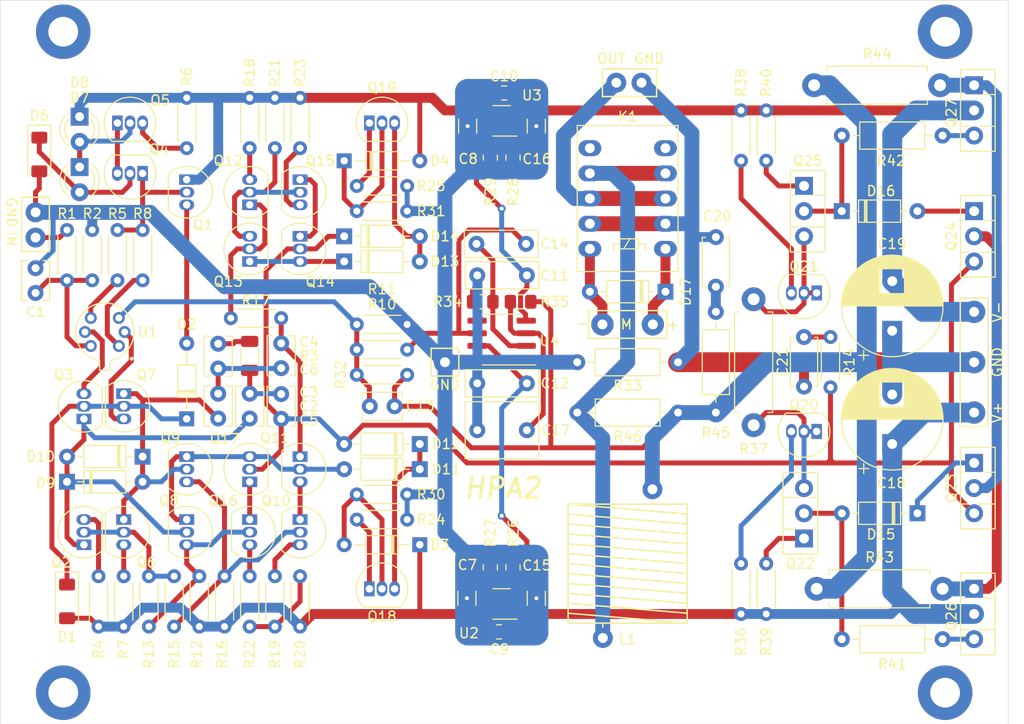
<source format=kicad_pcb>
(kicad_pcb (version 20241229) (generator "pcbnew") (generator_version "9.0")
  (layers (0 "F.Cu" signal) (2 "B.Cu" signal) (13 "F.Paste" user) (15 "B.Paste" user) (5 "F.SilkS" user "F.Silkscreen") (7 "B.SilkS" user "B.Silkscreen") (1 "F.Mask" user) (3 "B.Mask" user) (25 "Edge.Cuts" user))
  (net 0 "")
  (net 1 "GND")
  (net 2 "Net-(D1-Pad1)")
  (net 3 "Net-(D4-Pad1)")
  (net 4 "Net-(D6-Pad1)")
  (net 5 "Net-(Q1-Pad2)")
  (net 6 "Net-(Q4-Pad3)")
  (net 7 "Net-(Q10-Pad3)")
  (net 8 "Net-(Q20-Pad3)")
  (net 9 "Net-(C5-Pad1)")
  (net 10 "Net-(C1-Pad1)")
  (net 11 "Net-(R19-Pad1)")
  (net 12 "Vreg+")
  (net 13 "Net-(C4-Pad2)")
  (net 14 "Net-(C6-Pad1)")
  (net 15 "Vreg-")
  (net 16 "Net-(C10-Pad1)")
  (net 17 "Net-(D7-Pad1)")
  (net 18 "Net-(Q14-Pad1)")
  (net 19 "Net-(Q15-Pad3)")
  (net 20 "Net-(Q18-Pad1)")
  (net 21 "Net-(Q19-Pad1)")
  (net 22 "Net-(U4-Pad5)")
  (net 23 "Net-(U4-Pad1)")
  (net 24 "Net-(Q12-Pad2)")
  (net 25 "Vin+")
  (net 26 "GNDREF")
  (net 27 "Vin-")
  (net 28 "Net-(K1-Pad4)")
  (net 29 "Net-(K1-Pad6)")
  (net 30 "Net-(K1-Pad5)")
  (net 31 "Net-(Q2-Pad3)")
  (net 32 "Net-(Q16-Pad1)")
  (net 33 "Net-(D13-Pad2)")
  (net 34 "Net-(C2-Pad1)")
  (net 35 "Net-(C9-Pad1)")
  (net 36 "Net-(C20-Pad1)")
  (net 37 "Net-(D13-Pad1)")
  (net 38 "Net-(D16-Pad2)")
  (net 39 "Net-(D16-Pad1)")
  (net 40 "Net-(Q3-Pad3)")
  (net 41 "Net-(Q21-Pad3)")
  (net 42 "Net-(Q6-Pad3)")
  (net 43 "Net-(Q25-Pad1)")
  (net 44 "Net-(Q22-Pad1)")
  (net 45 "Net-(C2-Pad2)")
  (net 46 "Net-(C3-Pad2)")
  (net 47 "Net-(C3-Pad1)")
  (net 48 "Net-(C13-Pad2)")
  (net 49 "Net-(C13-Pad1)")
  (net 50 "Net-(C14-Pad2)")
  (net 51 "Net-(C14-Pad1)")
  (net 52 "Net-(C17-Pad1)")
  (net 53 "Net-(D11-Pad2)")
  (net 54 "Net-(D11-Pad1)")
  (net 55 "Net-(D15-Pad2)")
  (net 56 "Net-(D15-Pad1)")
  (net 57 "Net-(D17-Pad1)")
  (net 58 "Net-(D17-Pad2)")
  (net 59 "Net-(J1-Pad1)")
  (net 60 "Net-(J4-Pad1)")
  (net 61 "Net-(Q2-Pad2)")
  (net 62 "Net-(Q5-Pad3)")
  (net 63 "Net-(Q7-Pad3)")
  (net 64 "Net-(Q16-Pad2)")
  (net 65 "Net-(Q10-Pad2)")
  (net 66 "Net-(Q10-Pad1)")
  (net 67 "Net-(Q12-Pad1)")
  (net 68 "Net-(Q12-Pad3)")
  (net 69 "Net-(Q16-Pad3)")
  (net 70 "Net-(Q20-Pad1)")
  (net 71 "Net-(Q21-Pad1)")
  (net 72 "Net-(Q23-Pad2)")
  (net 73 "Net-(Q24-Pad2)")
  (net 74 "Net-(R5-Pad1)")
  (net 75 "Net-(R8-Pad1)")
  (net 76 "Net-(R26-Pad2)")
  (net 77 "Net-(R28-Pad2)")
  (net 78 "Net-(D2-Pad2)")
  (net 79 "Net-(D3-Pad2)")
  (net 80 "Net-(Q26-Pad3)")
  (net 81 "Net-(Q27-Pad3)")
  (net 82 "Net-(C21-Pad1)")
  (footprint "Resistor_SMD:R_0805_2012Metric_Pad1.15x1.40mm_HandSolder" (layer "F.Cu") (at 134.62 100.584 180)
    (property "Reference" "R35")
    (property "Value" "1M")
  )
  (footprint "Relay_THT:Relay_DPDT_Omron_G6H-2" (layer "F.Cu") (at 149.225 95.25 180)
    (property "Reference" "K1")
    (property "Value" "G6H-2")
  )
  (footprint "Diode_THT:D_DO-35_SOD27_P7.62mm_Horizontal" (layer "F.Cu") (at 149.225 99.568 180)
    (property "Reference" "D17")
    (property "Value" "1N4148")
  )
  (footprint "HP_Footprints:2-pad-wire-connector-22-ga" (layer "F.Cu") (at 147.955 102.87 180)
    (property "Reference" "J5" (hide yes))
    (property "Value" "Mute")
  )
  (footprint "HP_Footprints:2-pad-wire-connector-small" (layer "F.Cu") (at 144.272 78.486)
    (property "Reference" "J4" (hide yes))
    (property "Value" "Output")
  )
  (footprint "Capacitor_THT:C_Disc_D4.7mm_W2.5mm_P5.00mm" (layer "F.Cu") (at 154.305 99.06 90)
    (property "Reference" "C20")
    (property "Value" "0.01uF")
  )
  (footprint "Package_TO_SOT_THT:TO-126-3_Vertical" (layer "F.Cu") (at 163.195 124.46 90)
    (property "Reference" "Q22")
    (property "Value" "TTA004B")
  )
  (footprint "Package_TO_SOT_THT:TO-92_Inline" (layer "F.Cu") (at 164.465 113.665 180)
    (property "Reference" "Q20")
    (property "Value" "BC560C")
  )
  (footprint "Package_TO_SOT_THT:TO-92_Inline" (layer "F.Cu") (at 164.465 99.695 180)
    (property "Reference" "Q21")
    (property "Value" "BC550C")
  )
  (footprint "Resistor_THT:R_Axial_DIN0204_L3.6mm_D1.6mm_P5.08mm_Horizontal" (layer "F.Cu") (at 118.11 102.87)
    (property "Reference" "R11")
    (property "Value" "1K")
  )
  (footprint "Resistor_THT:R_Axial_DIN0207_L6.3mm_D2.5mm_P10.16mm_Horizontal" (layer "F.Cu") (at 154.305 111.76 90)
    (property "Reference" "R45")
    (property "Value" "33R2")
  )
  (footprint "Resistor_THT:R_Axial_DIN0204_L3.6mm_D1.6mm_P5.08mm_Horizontal" (layer "F.Cu") (at 156.845 132.08 90)
    (property "Reference" "R36")
    (property "Value" "100R")
  )
  (footprint "Resistor_THT:R_Axial_DIN0207_L6.3mm_D2.5mm_P10.16mm_Horizontal" (layer "F.Cu") (at 140.335 111.76)
    (property "Reference" "R46")
    (property "Value" "10R")
  )
  (footprint "Resistor_THT:R_Axial_DIN0204_L3.6mm_D1.6mm_P5.08mm_Horizontal" (layer "F.Cu") (at 159.385 86.36 90)
    (property "Reference" "R40")
    (property "Value" "100R")
  )
  (footprint "Resistor_THT:R_Axial_DIN0204_L3.6mm_D1.6mm_P5.08mm_Horizontal" (layer "F.Cu") (at 156.845 86.36 90)
    (property "Reference" "R38")
    (property "Value" "100R")
  )
  (footprint "Package_TO_SOT_THT:TO-126-3_Vertical" (layer "F.Cu") (at 163.195 88.9 -90)
    (property "Reference" "Q25")
    (property "Value" "TTC004B")
  )
  (footprint "Diode_THT:D_DO-35_SOD27_P7.62mm_Horizontal" (layer "F.Cu") (at 167.005 91.44)
    (property "Reference" "D16")
    (property "Value" "1N4148")
  )
  (footprint "Diode_THT:D_DO-35_SOD27_P7.62mm_Horizontal" (layer "F.Cu") (at 124.46 117.475 180)
    (property "Reference" "D11")
    (property "Value" "BAV21")
  )
  (footprint "Resistor_THT:R_Axial_DIN0207_L6.3mm_D2.5mm_P10.16mm_Horizontal" (layer "F.Cu") (at 177.165 134.62 180)
    (property "Reference" "R41")
    (property "Value" "100R")
  )
  (footprint "Resistor_THT:R_Axial_DIN0207_L6.3mm_D2.5mm_P10.16mm_Horizontal" (layer "F.Cu") (at 177.165 83.82 180)
    (property "Reference" "R42")
    (property "Value" "100R")
  )
  (footprint "Package_TO_SOT_THT:TO-126-3_Vertical" (layer "F.Cu") (at 180.34 129.54 -90)
    (property "Reference" "Q26")
    (property "Value" "KSC2690AY")
  )
  (footprint "Resistor_THT:R_Axial_DIN0204_L3.6mm_D1.6mm_P5.08mm_Horizontal" (layer "F.Cu") (at 123.19 107.95 180)
    (property "Reference" "R32")
    (property "Value" "2K")
  )
  (footprint "Capacitor_THT:CP_Radial_D10.0mm_P5.00mm" (layer "F.Cu") (at 172.085 103.505 90)
    (property "Reference" "C19")
    (property "Value" "220uF")
  )
  (footprint "Package_TO_SOT_THT:TO-126-3_Vertical" (layer "F.Cu") (at 180.34 116.84 -90)
    (property "Reference" "Q23")
    (property "Value" "TTA004B")
  )
  (footprint "Resistor_THT:R_Axial_DIN0411_L9.9mm_D3.6mm_P12.70mm_Horizontal" (layer "F.Cu") (at 177.165 129.54 180)
    (property "Reference" "R43")
    (property "Value" "3R9 2W")
  )
  (footprint "Resistor_THT:R_Axial_DIN0411_L9.9mm_D3.6mm_P12.70mm_Horizontal" (layer "F.Cu") (at 164.211 78.74)
    (property "Reference" "R44")
    (property "Value" "3R9 2W")
  )
  (footprint "Resistor_THT:R_Axial_DIN0204_L3.6mm_D1.6mm_P5.08mm_Horizontal" (layer "F.Cu") (at 118.11 105.41)
    (property "Reference" "R10")
    (property "Value" "20K")
  )
  (footprint "Package_TO_SOT_THT:TO-92_Inline" (layer "F.Cu") (at 112.395 93.98 -90)
    (property "Reference" "Q14")
    (property "Value" "KSC1845")
  )
  (footprint "Resistor_THT:R_Axial_DIN0411_L9.9mm_D3.6mm_P12.70mm_Horizontal" (layer "F.Cu") (at 158.115 113.03 90)
    (property "Reference" "R37")
    (property "Value" "3.3K 2W")
  )
  (footprint "HP_Footprints:HPA-Output-Coil" (layer "F.Cu") (at 145.415 127 90)
    (property "Reference" "L1")
    (property "Value" "1uH")
  )
  (footprint "Capacitor_THT:C_Rect_L7.2mm_W2.5mm_P5.00mm_FKS2_FKP2_MKS2_MKP2" (layer "F.Cu") (at 130.175 94.742)
    (property "Reference" "C14")
    (property "Value" "150nF")
  )
  (footprint "HP_Footprints:1-pad-wire-connector-22-ga" (layer "F.Cu") (at 127 106.68)
    (property "Reference" "J2" (hide yes))
    (property "Value" "Conn_01x01_Male")
  )
  (footprint "Capacitor_SMD:C_0805_2012Metric_Pad1.15x1.40mm_HandSolder" (layer "F.Cu") (at 132.969 79.5274 180)
    (property "Reference" "C10")
    (property "Value" "10nF")
  )
  (footprint "Resistor_SMD:R_0805_2012Metric_Pad1.15x1.40mm_HandSolder" (layer "F.Cu") (at 133.858 86.0425 90)
    (property "Reference" "R28")
    (property "Value" "2.21K")
  )
  (footprint "Resistor_SMD:R_0805_2012Metric_Pad1.15x1.40mm_HandSolder" (layer "F.Cu") (at 131.572 86.0425 90)
    (property "Reference" "R29")
    (property "Value" "26.7K")
  )
  (footprint "Package_TO_SOT_SMD:TSOT-23-5" (layer "F.Cu") (at 132.715 82.3595 180)
    (property "Reference" "U3")
    (property "Value" "LT1964-BYP")
  )
  (footprint "Capacitor_SMD:C_1206_3216Metric_Pad1.33x1.80mm_HandSolder" (layer "F.Cu") (at 129.286 82.8675 90)
    (property "Reference" "C8")
    (property "Value" "10uF")
  )
  (footprint "Package_SO:SOIC-8_3.9x4.9mm_P1.27mm" (layer "F.Cu") (at 132.715 104.394 180)
    (property "Reference" "U4")
    (property "Value" "ADA4627-1")
  )
  (footprint "Capacitor_SMD:C_1206_3216Metric_Pad1.33x1.80mm_HandSolder" (layer "F.Cu") (at 136.2075 82.8675 -90)
    (property "Reference" "C16")
    (property "Value" "1uF")
  )
  (footprint "Capacitor_SMD:C_1206_3216Metric_Pad1.33x1.80mm_HandSolder" (layer "F.Cu") (at 136.2075 130.4925 90)
    (property "Reference" "C15")
    (property "Value" "1uF")
  )
  (footprint "Resistor_SMD:R_0805_2012Metric_Pad1.15x1.40mm_HandSolder" (layer "F.Cu") (at 133.858 127.381 90)
    (property "Reference" "R26")
    (property "Value" "26.7K")
  )
  (footprint "Capacitor_SMD:C_0805_2012Metric_Pad1.15x1.40mm_HandSolder" (layer "F.Cu") (at 132.4356 133.8834 180)
    (property "Reference" "C9")
    (property "Value" "10nF")
  )
  (footprint "Resistor_SMD:R_0805_2012Metric_Pad1.15x1.40mm_HandSolder" (layer "F.Cu") (at 131.572 127.381 90)
    (property "Reference" "R27")
    (property "Value" "2.21K")
  )
  (footprint "Package_TO_SOT_SMD:TSOT-23-5" (layer "F.Cu") (at 132.715 131.0894 180)
    (property "Reference" "U2")
    (property "Value" "LT1761-BYP")
  )
  (footprint "Capacitor_SMD:C_1206_3216Metric_Pad1.33x1.80mm_HandSolder" (layer "F.Cu") (at 129.2098 130.4925 90)
    (property "Reference" "C7")
    (property "Value" "10uF")
  )
  (footprint "Diode_THT:D_DO-35_SOD27_P7.62mm_Horizontal" (layer "F.Cu") (at 174.625 121.92 180)
    (property "Reference" "D15")
    (property "Value" "1N4148")
  )
  (footprint "Package_TO_SOT_THT:TO-126-3_Vertical" (layer "F.Cu") (at 180.34 78.74 -90)
    (property "Reference" "Q27")
    (property "Value" "KSA1220AY")
  )
  (footprint "Capacitor_THT:CP_Radial_D10.0mm_P5.00mm" (layer "F.Cu") (at 172.085 114.935 90)
    (property "Reference" "C18")
    (property "Value" "220uF")
  )
  (footprint "Capacitor_THT:C_Rect_L7.2mm_W2.5mm_P5.00mm_FKS2_FKP2_MKS2_MKP2" (layer "F.Cu") (at 135.255 97.917 180)
    (property "Reference" "C11")
    (property "Value" "150nF")
  )
  (footprint "Package_TO_SOT_THT:TO-92_Inline" (layer "F.Cu") (at 107.315 96.52 90)
    (property "Reference" "Q13")
    (property "Value" "BC550C")
  )
  (footprint "Package_TO_SOT_THT:TO-92_Inline" (layer "F.Cu") (at 119.38 129.54)
    (property "Reference" "Q18")
    (property "Value" "BC560C")
  )
  (footprint "Resistor_THT:R_Axial_DIN0204_L3.6mm_D1.6mm_P5.08mm_Horizontal" (layer "F.Cu") (at 110.49 102.235 180)
    (property "Reference" "R17")
    (property "Value" "100R")
  )
  (footprint "Resistor_THT:R_Axial_DIN0204_L3.6mm_D1.6mm_P5.08mm_Horizontal" (layer "F.Cu") (at 107.315 85.09 90)
    (property "Reference" "R18")
    (property "Value" "100R")
  )
  (footprint "Resistor_THT:R_Axial_DIN0204_L3.6mm_D1.6mm_P5.08mm_Horizontal" (layer "F.Cu") (at 109.855 85.09 90)
    (property "Reference" "R21")
    (property "Value" "470R")
  )
  (footprint "Resistor_THT:R_Axial_DIN0204_L3.6mm_D1.6mm_P5.08mm_Horizontal" (layer "F.Cu") (at 112.395 85.09 90)
    (property "Reference" "R23")
    (property "Value" "100R")
  )
  (footprint "Resistor_THT:R_Axial_DIN0204_L3.6mm_D1.6mm_P5.08mm_Horizontal" (layer "F.Cu") (at 118.11 120.015)
    (property "Reference" "R30")
    (property "Value" "22K")
  )
  (footprint "Package_TO_SOT_THT:TO-92_Inline" (layer "F.Cu") (at 100.965 116.205 -90)
    (property "Reference" "Q9")
    (property "Value" "BC560C")
  )
  (footprint "Capacitor_THT:C_Disc_D3.8mm_W2.6mm_P2.50mm" (layer "F.Cu") (at 104.14 107.315 90)
    (property "Reference" "C4")
    (property "Value" "150nF")
  )
  (footprint "Package_TO_SOT_THT:TO-92_Inline" (layer "F.Cu") (at 112.395 116.205 -90)
    (property "Reference" "Q11")
    (property "Value" "BC560C")
  )
  (footprint "Capacitor_THT:C_Disc_D3.8mm_W2.6mm_P2.50mm" (layer "F.Cu") (at 110.49 104.775 -90)
    (property "Reference" "C6")
    (property "Value" "33pF")
  )
  (footprint "Package_TO_SOT_THT:TO-92_Inline" (layer "F.Cu") (at 107.315 90.805 90)
    (property "Reference" "Q12")
    (property "Value" "BC550C")
  )
  (footprint "Resistor_THT:R_Axial_DIN0204_L3.6mm_D1.6mm_P5.08mm_Horizontal" (layer "F.Cu") (at 94.615 133.35 90)
    (property "Reference" "R7")
    (property "Value" "221R")
  )
  (footprint "Resistor_THT:R_Axial_DIN0204_L3.6mm_D1.6mm_P5.08mm_Horizontal" (layer "F.Cu") (at 104.775 133.35 90)
    (property "Reference" "R16")
    (property "Value" "1K")
  )
  (footprint "Resistor_THT:R_Axial_DIN0204_L3.6mm_D1.6mm_P5.08mm_Horizontal" (layer "F.Cu") (at 92.075 133.35 90)
    (property "Reference" "R4")
    (property "Value" "221R")
  )
  (footprint "Resistor_THT:R_Axial_DIN0204_L3.6mm_D1.6mm_P5.08mm_Horizontal" (layer "F.Cu") (at 91.44 98.425 90)
    (property "Reference" "R2")
    (property "Value" "332K")
  )
  (footprint "Resistor_THT:R_Axial_DIN0204_L3.6mm_D1.6mm_P5.08mm_Horizontal" (layer "F.Cu") (at 96.52 98.425 90)
    (property "Reference" "R8")
    (property "Value" "470R")
  )
  (footprint "Resistor_THT:R_Axial_DIN0204_L3.6mm_D1.6mm_P5.08mm_Horizontal" (layer "F.Cu") (at 88.9 98.425 90)
    (property "Reference" "R1")
    (property "Value" "3.32K")
  )
  (footprint "Resistor_THT:R_Axial_DIN0204_L3.6mm_D1.6mm_P5.08mm_Horizontal" (layer "F.Cu") (at 93.98 98.425 90)
    (property "Reference" "R5")
    (property "Value" "470R")
  )
  (footprint "Package_TO_SOT_THT:TO-92_Inline" (layer "F.Cu") (at 107.315 122.555 -90)
    (property "Reference" "Q16")
    (property "Value" "BC560C")
  )
  (footprint "Resistor_THT:R_Axial_DIN0204_L3.6mm_D1.6mm_P5.08mm_Horizontal" (layer "F.Cu") (at 97.155 128.27 -90)
    (property "Reference" "R13")
    (property "Value" "1K")
  )
  (footprint "HP_Footprints:Semitec-CRD-SMD" (layer "F.Cu") (at 88.9 130.81 -90)
    (property "Reference" "D1")
    (property "Value" "4.5mA")
  )
  (footprint "Package_TO_SOT_THT:TO-92_Inline" (layer "F.Cu") (at 112.395 122.555 -90)
    (property "Reference" "Q10")
    (property "Value" "BC560C")
  )
  (footprint "Package_TO_SOT_THT:TO-92_Inline" (layer "F.Cu") (at 107.315 118.745 90)
    (property "Reference" "Q17")
    (property "Value" "KSA992")
  )
  (footprint "Package_TO_SOT_THT:TO-92_Inline" (layer "F.Cu") (at 100.965 122.555 -90)
    (property "Reference" "Q8")
    (property "Value" "BC560C")
  )
  (footprint "Package_TO_SOT_THT:TO-92_Inline" (layer "F.Cu") (at 90.6 112.4 90)
    (property "Reference" "Q3")
    (property "Value" "BC549C")
  )
  (footprint "Package_TO_SOT_THT:TO-92_Inline" (layer "F.Cu") (at 90.6 125.095 90)
    (property "Reference" "Q2")
    (property "Value" "BC560C")
  )
  (footprint "Package_TO_SOT_THT:TO-92_Inline" (layer "F.Cu") (at 94.615 122.555 -90)
    (property "Reference" "Q6")
    (property "Value" "BC560C")
  )
  (footprint "Package_TO_SOT_THT:TO-92_Inline" (layer "F.Cu") (at 94.615 109.855 -90)
    (property "Reference" "Q7")
    (property "Value" "BC549C")
  )
  (footprint "Package_TO_SOT_THT:TO-92_Inline" (layer "F.Cu") (at 93.98 82.55)
    (property "Reference" "Q5")
    (property "Value" "BC549C")
  )
  (footprint "LED_THT:LED_D3.0mm" (layer "F.Cu") (at 90.17 81.915 -90)
    (property "Reference" "D8")
    (property "Value" "Red")
  )
  (footprint "Package_TO_SOT_THT:TO-92_Inline" (layer "F.Cu") (at 96.52 87.63 180)
    (property "Reference" "Q4")
    (property "Value" "BC549C")
  )
  (footprint "Capacitor_THT:C_Disc_D3.8mm_W2.6mm_P2.50mm" (layer "F.Cu") (at 104.14 109.855 -90)
    (property "Reference" "C3")
    (property "Value" "330pF")
  )
  (footprint "LED_THT:LED_D3.0mm" (layer "F.Cu") (at 90.17 86.995 -90)
    (property "Reference" "D7")
    (property "Value" "Red")
  )
  (footprint "HP_Footprints:TO-71-6" (layer "F.Cu") (at 92.71 103.632 135)
    (property "Reference" "U1")
    (property "Value" "2N5564")
  )
  (footprint "Diode_THT:D_DO-35_SOD27_P7.62mm_Horizontal" (layer "F.Cu") (at 88.9 118.745)
    (property "Reference" "D9")
    (property "Value" "BAV21")
  )
  (footprint "HP_Footprints:2-pad-wire-connector-small" (layer "F.Cu") (at 85.725 94.107 90)
    (property "Reference" "J1" (hide yes))
    (property "Value" "Input")
  )
  (footprint "Capacitor_THT:C_Disc_D3.8mm_W2.6mm_P2.50mm" (layer "F.Cu") (at 110.49 112.395 90)
    (property "Reference" "C5")
    (property "Value" "33pF")
  )
  (footprint "Resistor_THT:R_Axial_DIN0204_L3.6mm_D1.6mm_P5.08mm_Horizontal" (layer "F.Cu") (at 109.855 133.35 90)
    (property "Reference" "R19")
    (property "Value" "27R")
  )
  (footprint "Resistor_THT:R_Axial_DIN0204_L3.6mm_D1.6mm_P5.08mm_Horizontal" (layer "F.Cu") (at 112.395 133.35 90)
    (property "Reference" "R20")
    (property "Value" "33R")
  )
  (footprint "Diode_THT:D_DO-35_SOD27_P7.62mm_Horizontal" (layer "F.Cu") (at 96.52 116.205 180)
    (property "Reference" "D10")
    (property "Value" "BAV21")
  )
  (footprint "Resistor_THT:R_Axial_DIN0204_L3.6mm_D1.6mm_P5.08mm_Horizontal" (layer "F.Cu") (at 107.315 128.27 -90)
    (property "Reference" "R22")
    (property "Value" "27R")
  )
  (footprint "Resistor_THT:R_Axial_DIN0204_L3.6mm_D1.6mm_P5.08mm_Horizontal" (layer "F.Cu") (at 100.965 85.09 90)
    (property "Reference" "R6")
    (property "Value" "221R")
  )
  (footprint "Package_TO_SOT_THT:TO-92_Inline" (layer "F.Cu") (at 100.965 88.265 -90)
    (property "Reference" "Q1")
    (property "Value" "BC560C")
  )
  (footprint "Resistor_THT:R_Axial_DIN0204_L3.6mm_D1.6mm_P5.08mm_Horizontal" (layer "F.Cu") (at 102.235 133.35 90)
    (property "Reference" "R12")
    (property "Value" "1K")
  )
  (footprint "Resistor_THT:R_Axial_DIN0204_L3.6mm_D1.6mm_P5.08mm_Horizontal" (layer "F.Cu") (at 99.695 133.35 90)
    (property "Reference" "R15")
    (property "Value" "1K")
  )
  (footprint "Package_TO_SOT_THT:TO-92_Inline" (layer "F.Cu") (at 112.395 88.265 -90)
    (property "Reference" "Q15")
    (property "Value" "BC550C")
  )
  (footprint "Capacitor_THT:C_Disc_D3.8mm_W2.6mm_P2.50mm" (layer "F.Cu") (at 85.725 99.695 90)
    (property "Reference" "C1")
    (property "Value" "100pF")
  )
  (footprint "Diode_THT:D_DO-34_SOD68_P7.62mm_Horizontal" (layer "F.Cu") (at 100.965 112.395 90)
    (property "Reference" "D2")
    (property "Value" "8.2V")
  )
  (footprint "HP_Footprints:Semitec-CRD-SMD" (layer "F.Cu") (at 86.106 85.725 -90)
    (property "Reference" "D6")
    (property "Value" "4.5mA")
  )
  (footprint "Resistor_THT:R_Axial_DIN0204_L3.6mm_D1.6mm_P5.08mm_Horizontal" (layer "F.Cu") (at 118.11 122.555)
    (property "Reference" "R24")
    (property "Value" "100R")
  )
  (footprint "Capacitor_THT:C_Rect_L7.2mm_W2.5mm_P5.00mm_FKS2_FKP2_MKS2_MKP2" (layer "F.Cu") (at 130.2512 108.8136)
    (property "Reference" "C12")
    (property "Value" "150nF")
  )
  (footprint "Diode_THT:D_DO-35_SOD27_P7.62mm_Horizontal" (layer "F.Cu") (at 124.46 114.935 180)
    (property "Reference" "D12")
    (property "Value" "BAV21")
  )
  (footprint "Diode_THT:D_DO-34_SOD68_P7.62mm_Horizontal" (layer "F.Cu") (at 124.46 125.095 180)
    (property "Reference" "D3")
    (property "Value" "4.7V")
  )
  (footprint "Resistor_THT:R_Axial_DIN0204_L3.6mm_D1.6mm_P5.08mm_Horizontal" (layer "F.Cu") (at 159.385 132.08 90)
    (property "Reference" "R39")
    (property "Value" "100R")
  )
  (footprint "Capacitor_THT:C_Disc_D3.8mm_W2.6mm_P2.50mm" (layer "F.Cu") (at 121.92 111.125 180)
    (property "Reference" "C13")
    (property "Value" "10pF")
  )
  (footprint "Resistor_THT:R_Axial_DIN0204_L3.6mm_D1.6mm_P5.08mm_Horizontal" (layer "F.Cu") (at 123.19 91.44 180)
    (property "Reference" "R31")
    (property "Value" "22K")
  )
  (footprint "Resistor_THT:R_Axial_DIN0204_L3.6mm_D1.6mm_P5.08mm_Horizontal" (layer "F.Cu") (at 123.19 88.9 180)
    (property "Reference" "R25")
    (property "Value" "100R")
  )
  (footprint "Diode_THT:D_DO-34_SOD68_P7.62mm_Horizontal" (layer "F.Cu") (at 116.84 86.36)
    (property "Reference" "D4")
    (property "Value" "4.7V")
  )
  (footprint "Diode_THT:D_DO-35_SOD27_P7.62mm_Horizontal" (layer "F.Cu") (at 116.84 93.98)
    (property "Reference" "D14")
    (property "Value" "BAV21")
  )
  (footprint "Diode_THT:D_DO-35_SOD27_P7.62mm_Horizontal" (layer "F.Cu") (at 116.84 96.52)
    (property "Reference" "D13")
    (property "Value" "BAV21")
  )
  (footprint "Package_TO_SOT_THT:TO-92_Inline" (layer "F.Cu") (at 119.38 82.55)
    (property "Reference" "Q19")
    (property "Value" "BC550C")
  )
  (footprint "Resistor_THT:R_Axial_DIN0207_L6.3mm_D2.5mm_P10.16mm_Horizontal" (layer "F.Cu") (at 150.495 106.68 180)
    (property "Reference" "R33")
    (property "Value" "10R")
  )
  (footprint "Capacitor_THT:C_Disc_D3.8mm_W2.6mm_P2.50mm" (layer "F.Cu") (at 107.315 109.855 -90)
    (property "Reference" "C2")
    (property "Value" "330pF")
  )
  (footprint "Package_TO_SOT_THT:TO-126-3_Vertical" (layer "F.Cu") (at 180.34 91.44 -90)
    (property "Reference" "Q24")
    (property "Value" "TTC004B")
  )
  (footprint "HP_Footprints:3-pad-wire-connector-22-ga" (layer "F.Cu") (at 180.34 111.76 90)
    (property "Reference" "J3" (hide yes))
    (property "Value" "Power")
  )
  (footprint "Resistor_SMD:R_0805_2012Metric_Pad1.15x1.40mm_HandSolder" (layer "F.Cu") (at 130.81 100.584)
    (property "Reference" "R34")
    (property "Value" "1M")
  )
  (footprint "Capacitor_THT:C_Rect_L7.2mm_W5.5mm_P5.00mm_FKS2_FKP2_MKS2_MKP2" (layer "F.Cu") (at 135.255 113.538 180)
    (property "Reference" "C17")
    (property "Value" "1uF")
  )
  (footprint "Resistor_THT:R_Axial_DIN0204_L3.6mm_D1.6mm_P5.08mm_Horizontal" (layer "F.Cu") (at 165.862 109.22 90)
    (property "Reference" "R14")
    (property "Value" "30.1R")
  )
  (footprint "Capacitor_THT:C_Disc_D4.7mm_W2.5mm_P5.00mm" (layer "F.Cu") (at 163.195 104.14 -90)
    (property "Reference" "C21")
    (property "Value" "150pF")
  )
  (footprint "Resistor_SMD:R_1206_3216Metric" (layer "F.Cu") (at 107.315 106.045 90)
    (property "Reference" "R3")
    (property "Value" "2K")
  )
  (gr_line (start 183.769 143.1925) (end 183.769 70.1675) (stroke (width 0.05)) (layer "Edge.Cuts"))
  (gr_line (start 183.769 70.1675) (end 82.169 70.1675) (stroke (width 0.05)) (layer "Edge.Cuts"))
  (gr_line (start 82.169 70.1675) (end 82.169 143.1925) (stroke (width 0.05)) (layer "Edge.Cuts"))
  (gr_line (start 82.169 143.1925) (end 183.769 143.1925) (stroke (width 0.05)) (layer "Edge.Cuts"))
  (gr_text "V+" (at 182.6895 111.76 90) (layer "F.SilkS") (effects (font (size 1 1))))
  (gr_text "GND" (at 182.6895 106.68 90) (layer "F.SilkS") (effects (font (size 1 1))))
  (gr_text "V-" (at 182.753 101.6 90) (layer "F.SilkS") (effects (font (size 1 1))))
  (gr_text "+" (at 149.987 102.87 0) (layer "F.SilkS") (effects (font (size 1 1))))
  (gr_text "-" (at 140.843 102.87 180) (layer "F.SilkS") (effects (font (size 1 1))))
  (gr_text "OUT" (at 143.764 76.073 0) (layer "F.SilkS") (effects (font (size 1 1))))
  (gr_text "GND" (at 147.574 76.073 0) (layer "F.SilkS") (effects (font (size 1 1))))
  (gr_text "M" (at 145.288 102.87 0) (layer "F.SilkS") (effects (font (size 1 1))))
  (gr_text "IN" (at 83.312 94.234 270) (layer "F.SilkS") (effects (font (size 1 1))))
  (gr_text "GND" (at 83.312 91.567 270) (layer "F.SilkS") (effects (font (size 1 1))))
  (gr_text "HPA2" (at 132.842 119.38 0) (layer "F.SilkS") (effects (font (size 2 2) (thickness 0.3) (italic yes))))
  (gr_text "GND" (at 127 108.966 0) (layer "F.SilkS") (effects (font (size 1 1))))
  (via (at 88.519 140.0175) (size 5.499999) (drill 2.999999) (layers "F.Cu" "B.Cu") (net 0))
  (via (at 88.519 73.3425) (size 5.5) (drill 3) (layers "F.Cu" "B.Cu") (net 0))
  (via (at 177.419 140.0175) (size 5.5) (drill 3) (layers "F.Cu" "B.Cu") (net 0))
  (via (at 177.419 73.3425) (size 5.5) (drill 3) (layers "F.Cu" "B.Cu") (net 0))
  (segment (start 129.2098 127.6858) (end 129.2098 128.9304) (width 0.5) (layer "F.Cu") (net 1))
  (segment (start 129.2098 130.4925) (end 129.2098 128.9304) (width 1) (layer "F.Cu") (net 1))
  (segment (start 131.572 126.356) (end 130.5396 126.356) (width 0.5) (layer "F.Cu") (net 1))
  (segment (start 130.5396 126.356) (end 129.2098 127.6858) (width 0.5) (layer "F.Cu") (net 1))
  (segment (start 133.858 87.0675) (end 135.0301 87.0675) (width 0.5) (layer "F.Cu") (net 1))
  (segment (start 86.106 87.503) (end 86.106 89.154) (width 0.5) (layer "F.Cu") (net 1))
  (segment (start 86.106 89.154) (end 85.725 89.535) (width 0.5) (layer "F.Cu") (net 1))
  (segment (start 135.0301 87.0675) (end 136.2202 85.8774) (width 0.5) (layer "F.Cu") (net 1))
  (segment (start 136.2202 130.4544) (end 136.2202 128.9812) (width 1) (layer "F.Cu") (net 1))
  (segment (start 134.025 83.3095) (end 134.94 83.3095) (width 0.5) (layer "F.Cu") (net 1))
  (segment (start 134.8867 131.0894) (end 135.4963 130.4798) (width 0.5) (layer "F.Cu") (net 1))
  (segment (start 136.2202 85.8774) (end 136.2202 84.4804) (width 0.5) (layer "F.Cu") (net 1))
  (segment (start 134.94 83.3095) (end 135.382 82.8675) (width 0.5) (layer "F.Cu") (net 1))
  (segment (start 85.725 89.535) (end 85.725 91.567) (width 0.5) (layer "F.Cu") (net 1))
  (segment (start 135.382 82.8675) (end 136.2075 82.8675) (width 0.5) (layer "F.Cu") (net 1))
  (segment (start 129.286 84.3665) (end 129.286 82.8675) (width 1) (layer "F.Cu") (net 1))
  (segment (start 136.2202 82.8675) (end 136.2202 84.3788) (width 1) (layer "F.Cu") (net 1))
  (segment (start 130.2512 98.9838) (end 130.2512 97.917) (width 0.5) (layer "F.Cu") (net 1))
  (segment (start 135.4963 130.4798) (end 136.2202 130.4798) (width 0.5) (layer "F.Cu") (net 1))
  (segment (start 129.785 99.45) (end 130.2512 98.9838) (width 0.5) (layer "F.Cu") (net 1))
  (segment (start 129.785 100.584) (end 129.785 99.45) (width 0.5) (layer "F.Cu") (net 1))
  (segment (start 134.0612 131.0894) (end 134.8867 131.0894) (width 0.5) (layer "F.Cu") (net 1))
  (via (at 136.2075 82.8675) (size 0.8) (drill 0.4) (layers "F.Cu" "B.Cu") (net 1))
  (via (at 129.2098 130.4925) (size 0.8) (drill 0.4) (layers "F.Cu" "B.Cu") (net 1))
  (via (at 136.2202 130.4925) (size 0.8) (drill 0.4) (layers "F.Cu" "B.Cu") (net 1))
  (via (at 129.286 82.8675) (size 0.8) (drill 0.4) (layers "F.Cu" "B.Cu") (net 1))
  (segment (start 91.44 93.345) (end 91.44 91.44) (width 1) (layer "B.Cu") (net 1))
  (segment (start 123.19 88.9) (end 123.19 91.44) (width 0.5) (layer "B.Cu") (net 1))
  (segment (start 140.335 106.68) (end 127 106.68) (width 1.5) (layer "B.Cu") (net 1))
  (segment (start 104.775 99.06) (end 119.38 99.06) (width 1.5) (layer "B.Cu") (net 1))
  (segment (start 127 106.68) (end 127 123.825) (width 1.5) (layer "B.Cu") (net 1))
  (segment (start 127 123.825) (end 128.905 125.73) (width 1.5) (layer "B.Cu") (net 1))
  (segment (start 87.503 91.567) (end 87.503 95.4024) (width 0.5) (layer "B.Cu") (net 1))
  (segment (start 123.19 91.44) (end 127 91.44) (width 1) (layer "B.Cu") (net 1))
  (segment (start 87.503 95.4024) (end 85.725 97.1804) (width 0.5) (layer "B.Cu") (net 1))
  (segment (start 97.282 91.567) (end 104.775 99.06) (width 1.5) (layer "B.Cu") (net 1))
  (segment (start 127 89.535) (end 127 106.68) (width 1.5) (layer "B.Cu") (net 1))
  (segment (start 130.2512 106.7816) (end 130.2512 113.6904) (width 1) (layer "B.Cu") (net 1))
  (segment (start 123.19 120.015) (end 123.19 122.555) (width 0.5) (layer "B.Cu") (net 1))
  (segment (start 128.905 87.63) (end 127 89.535) (width 1.5) (layer "B.Cu") (net 1))
  (segment (start 123.19 120.015) (end 127 120.015) (width 1) (layer "B.Cu") (net 1))
  (segment (start 85.725 91.567) (end 97.282 91.567) (width 1.5) (layer "B.Cu") (net 1))
  (segment (start 119.38 99.06) (end 127 106.68) (width 1.5) (layer "B.Cu") (net 1))
  (segment (start 130.2766 97.917) (end 130.2766 106.68) (width 1) (layer "B.Cu") (net 1))
  (segment (start 89.154 111.125) (end 87.376 112.903) (width 0.5) (layer "F.Cu") (net 2))
  (segment (start 90.595 111.125) (end 89.154 111.125) (width 0.5) (layer "F.Cu") (net 2))
  (segment (start 88.9 126.873) (end 88.9 128.905) (width 0.5) (layer "F.Cu") (net 2))
  (segment (start 87.376 112.903) (end 87.376 125.349) (width 0.5) (layer "F.Cu") (net 2))
  (segment (start 87.376 125.349) (end 88.9 126.873) (width 0.5) (layer "F.Cu") (net 2))
  (segment (start 90.6 111.13) (end 90.595 111.125) (width 0.5) (layer "F.Cu") (net 2))
  (segment (start 90.605 111.125) (end 90.6 111.13) (width 0.5) (layer "B.Cu") (net 2))
  (segment (start 98.425 112.395) (end 100.965 112.395) (width 0.5) (layer "B.Cu") (net 2))
  (segment (start 94.615 111.125) (end 97.155 111.125) (width 0.5) (layer "B.Cu") (net 2))
  (segment (start 94.615 111.125) (end 90.605 111.125) (width 0.5) (layer "B.Cu") (net 2))
  (segment (start 97.155 111.125) (end 98.425 112.395) (width 0.5) (layer "B.Cu") (net 2))
  (segment (start 120.65 82.55) (end 120.65 88.9) (width 0.5) (layer "F.Cu") (net 3))
  (segment (start 120.65 88.9) (end 118.11 91.44) (width 0.5) (layer "F.Cu") (net 3))
  (segment (start 116.84 90.17) (end 118.11 91.44) (width 0.5) (layer "F.Cu") (net 3))
  (segment (start 116.84 86.36) (end 116.84 90.17) (width 0.5) (layer "F.Cu") (net 3))
  (segment (start 94.488 89.535) (end 95.25 88.773) (width 0.5) (layer "F.Cu") (net 4))
  (segment (start 86.106 85.471) (end 86.106 84.074) (width 0.5) (layer "F.Cu") (net 4))
  (segment (start 95.25 88.773) (end 95.25 88.2015) (width 0.5) (layer "F.Cu") (net 4))
  (segment (start 90.17 89.535) (end 86.106 85.471) (width 0.5) (layer "F.Cu") (net 4))
  (segment (start 90.17 89.535) (end 94.488 89.535) (width 0.5) (layer "F.Cu") (net 4))
  (segment (start 93.98 93.345) (end 96.52 93.345) (width 0.5) (layer "F.Cu") (net 5))
  (segment (start 96.52 93.345) (end 96.52 87.63) (width 0.5) (layer "F.Cu") (net 5))
  (segment (start 100.965 89.535) (end 96.52 89.535) (width 0.5) (layer "F.Cu") (net 5))
  (segment (start 93.98 87.63) (end 93.98 82.55) (width 0.5) (layer "F.Cu") (net 6))
  (segment (start 109.855 126.619) (end 109.855 128.27) (width 0.5) (layer "F.Cu") (net 7))
  (segment (start 111.379 125.095) (end 109.855 126.619) (width 0.5) (layer "F.Cu") (net 7))
  (segment (start 112.395 125.095) (end 111.379 125.095) (width 0.5) (layer "F.Cu") (net 7))
  (segment (start 156.845 123.19) (end 161.925 118.11) (width 0.5) (layer "B.Cu") (net 8))
  (segment (start 161.925 118.11) (end 161.925 113.665) (width 0.5) (layer "B.Cu") (net 8))
  (segment (start 156.845 127) (end 156.845 123.19) (width 0.5) (layer "B.Cu") (net 8))
  (segment (start 110.49 112.395) (end 110.49 115.57) (width 0.5) (layer "F.Cu") (net 9))
  (segment (start 110.49 112.395) (end 108.966 110.871) (width 0.5) (layer "F.Cu") (net 9))
  (segment (start 108.966 97.409) (end 111.125 95.25) (width 0.5) (layer "F.Cu") (net 9))
  (segment (start 180.34 121.92) (end 178.054 119.634) (width 0.5) (layer "F.Cu") (net 9))
  (segment (start 115.2525 93.98) (end 116.84 93.98) (width 0.5) (layer "F.Cu") (net 9))
  (segment (start 178.054 98.8568) (end 180.3654 96.5454) (width 0.5) (layer "F.Cu") (net 9))
  (segment (start 110.49 115.57) (end 108.585 117.475) (width 0.5) (layer "F.Cu") (net 9))
  (segment (start 125.4125 113.03) (end 118.745 113.03) (width 0.5) (layer "F.Cu") (net 9))
  (segment (start 129.2225 116.84) (end 125.4125 113.03) (width 0.5) (layer "F.Cu") (net 9))
  (segment (start 112.395 95.25) (end 113.9825 95.25) (width 0.5) (layer "F.Cu") (net 9))
  (segment (start 113.9825 95.25) (end 115.2525 93.98) (width 0.5) (layer "F.Cu") (net 9))
  (segment (start 108.966 110.871) (end 108.966 97.409) (width 0.5) (layer "F.Cu") (net 9))
  (segment (start 178.054 119.634) (end 178.054 98.8568) (width 0.5) (layer "F.Cu") (net 9))
  (segment (start 118.745 113.03) (end 116.84 114.935) (width 0.5) (layer "F.Cu") (net 9))
  (segment (start 111.125 95.25) (end 112.395 95.25) (width 0.5) (layer "F.Cu") (net 9))
  (segment (start 178.054 116.84) (end 129.2225 116.84) (width 0.5) (layer "F.Cu") (net 9))
  (segment (start 108.585 117.475) (end 107.315 117.475) (width 0.5) (layer "F.Cu") (net 9))
  (segment (start 165.862 109.22) (end 165.862 116.713) (width 0.5) (layer "F.Cu") (net 9))
  (segment (start 110.49 112.395) (end 114.3 112.395) (width 0.5) (layer "B.Cu") (net 9))
  (segment (start 114.3 112.395) (end 116.84 114.935) (width 0.5) (layer "B.Cu") (net 9))
  (segment (start 88.9 98.425) (end 91.44 98.425) (width 0.5) (layer "F.Cu") (net 10))
  (segment (start 91.278572 105.029) (end 89.789 105.029) (width 0.5) (layer "F.Cu") (net 10))
  (segment (start 86.995 98.425) (end 88.9 98.425) (width 0.5) (layer "F.Cu") (net 10))
  (segment (start 88.9 98.425) (end 88.9 104.14) (width 0.5) (layer "F.Cu") (net 10))
  (segment (start 85.6996 99.7204) (end 86.995 98.425) (width 0.5) (layer "F.Cu") (net 10))
  (segment (start 89.789 105.029) (end 88.9 104.14) (width 0.5) (layer "F.Cu") (net 10))
  (segment (start 107.315 133.35) (end 109.855 133.35) (width 0.5) (layer "F.Cu") (net 11))
  (segment (start 112.395 130.81) (end 112.395 128.27) (width 0.5) (layer "F.Cu") (net 11))
  (segment (start 109.855 133.35) (end 112.395 130.81) (width 0.5) (layer "F.Cu") (net 11))
  (segment (start 134.0178 128.3642) (end 135.255 127.127) (width 0.5) (layer "F.Cu") (net 12))
  (segment (start 131.4106 133.8834) (end 131.4106 132.089) (width 0.25) (layer "F.Cu") (net 12))
  (segment (start 131.405 132.0546) (end 129.2123 132.0546) (width 0.5) (layer "F.Cu") (net 12))
  (segment (start 132.3594 131.3688) (end 132.3594 129.7813) (width 0.25) (layer "F.Cu") (net 12))
  (segment (start 112.395 133.35) (end 113.665 132.08) (width 1) (layer "F.Cu") (net 12))
  (segment (start 135.2004 108.8136) (end 131.4158 105.029) (width 0.5) (layer "F.Cu") (net 12))
  (segment (start 128.905 132.08) (end 129.159 132.08) (width 1) (layer "F.Cu") (net 12))
  (segment (start 135.255 127.127) (end 135.255 124.714) (width 0.5) (layer "F.Cu") (net 12))
  (segment (start 132.3594 129.7813) (end 133.7056 128.4351) (width 0.25) (layer "F.Cu") (net 12))
  (segment (start 124.46 125.095) (end 124.46 132.08) (width 0.5) (layer "F.Cu") (net 12))
  (segment (start 131.4158 105.029) (end 130.2512 105.029) (width 0.5) (layer "F.Cu") (net 12))
  (segment (start 88.9 132.51) (end 91.235 132.51) (width 0.5) (layer "F.Cu") (net 12))
  (segment (start 131.7498 131.9784) (end 132.3594 131.3688) (width 0.25) (layer "F.Cu") (net 12))
  (segment (start 135.255 124.714) (end 132.715 122.174) (width 0.5) (layer "F.Cu") (net 12))
  (segment (start 113.665 132.08) (end 128.905 132.08) (width 1) (layer "F.Cu") (net 12))
  (segment (start 91.235 132.51) (end 92.075 133.35) (width 0.5) (layer "F.Cu") (net 12))
  (via (at 132.715 122.174) (size 0.8) (drill 0.4) (layers "F.Cu" "B.Cu") (net 12))
  (segment (start 94.615 133.35) (end 96.52 131.445) (width 1) (layer "B.Cu") (net 12))
  (segment (start 96.52 131.445) (end 100.33 131.445) (width 1) (layer "B.Cu") (net 12))
  (segment (start 102.235 133.35) (end 104.775 133.35) (width 1) (layer "B.Cu") (net 12))
  (segment (start 100.33 131.445) (end 102.235 133.35) (width 1) (layer "B.Cu") (net 12))
  (segment (start 92.075 133.35) (end 94.6658 133.35) (width 1) (layer "B.Cu") (net 12))
  (segment (start 132.715 111.379) (end 132.715 122.174) (width 0.5) (layer "B.Cu") (net 12))
  (segment (start 104.775 133.35) (end 106.68 131.445) (width 1) (layer "B.Cu") (net 12))
  (segment (start 106.68 131.445) (end 110.49 131.445) (width 1) (layer "B.Cu") (net 12))
  (segment (start 110.49 131.445) (end 112.395 133.35) (width 1) (layer "B.Cu") (net 12))
  (segment (start 135.1788 108.8644) (end 132.715 111.3282) (width 0.5) (layer "B.Cu") (net 12))
  (segment (start 105.6494 104.815) (end 105.8672 104.5972) (width 0.5) (layer "F.Cu") (net 13))
  (segment (start 105.8672 104.5972) (end 107.0972 104.5972) (width 0.5) (layer "F.Cu") (net 13))
  (segment (start 104.14 104.815) (end 105.6494 104.815) (width 0.5) (layer "F.Cu") (net 13))
  (segment (start 110.49 104.775) (end 112.395 106.68) (width 0.5) (layer "F.Cu") (net 14))
  (segment (start 110.49 102.235) (end 110.49 104.775) (width 0.5) (layer "F.Cu") (net 14))
  (segment (start 112.395 106.68) (end 112.395 116.205) (width 0.5) (layer "F.Cu") (net 14))
  (segment (start 130.0861 79.5274) (end 129.286 80.3275) (width 0.25) (layer "F.Cu") (net 15))
  (segment (start 112.395 80.01) (end 125.73 80.01) (width 1) (layer "F.Cu") (net 15))
  (segment (start 130.175 88.646) (end 132.715 91.186) (width 0.5) (layer "F.Cu") (net 15))
  (segment (start 131.572 84.963) (end 130.175 86.36) (width 0.5) (layer "F.Cu") (net 15))
  (segment (start 127 81.28) (end 129.286 81.28) (width 1) (layer "F.Cu") (net 15))
  (segment (start 131.944 79.5274) (end 130.0861 79.5274) (width 0.25) (layer "F.Cu") (net 15))
  (segment (start 131.445 83.3495) (end 131.445 84.836) (width 0.25) (layer "F.Cu") (net 15))
  (segment (start 134.62 99.822) (end 134.62 101.346) (width 0.5) (layer "F.Cu") (net 15))
  (segment (start 134.62 101.346) (end 135.128 101.854) (width 0.5) (layer "F.Cu") (net 15))
  (segment (start 125.73 80.01) (end 127 81.28) (width 1) (layer "F.Cu") (net 15))
  (segment (start 130.175 86.36) (end 130.175 88.646) (width 0.5) (layer "F.Cu") (net 15))
  (segment (start 124.46 86.36) (end 124.46 80.01) (width 0.5) (layer "F.Cu") (net 15))
  (segment (start 131.0894 83.3374) (end 129.6924 81.3308) (width 0.5) (layer "F.Cu") (net 15))
  (segment (start 135.255 99.187) (end 134.62 99.822) (width 0.5) (layer "F.Cu") (net 15))
  (segment (start 129.286 80.3275) (end 129.286 81.28) (width 0.25) (layer "F.Cu") (net 15))
  (segment (start 135.255 97.917) (end 135.255 99.187) (width 0.5) (layer "F.Cu") (net 15))
  (segment (start 135.128 101.854) (end 135.128 102.489) (width 0.5) (layer "F.Cu") (net 15))
  (via (at 132.715 91.186) (size 0.8) (drill 0.4) (layers "F.Cu" "B.Cu") (net 15))
  (segment (start 90.805 80.01) (end 101.6 80.01) (width 1) (layer "B.Cu") (net 15))
  (segment (start 132.715 95.377) (end 132.715 91.186) (width 0.5) (layer "B.Cu") (net 15))
  (segment (start 104.14 86.36) (end 104.14 80.01) (width 1) (layer "B.Cu") (net 15))
  (segment (start 100.965 88.265) (end 102.235 88.265) (width 1) (layer "B.Cu") (net 15))
  (segment (start 135.255 97.917) (end 132.715 95.377) (width 0.5) (layer "B.Cu") (net 15))
  (segment (start 101.6 80.01) (end 112.395 80.01) (width 1) (layer "B.Cu") (net 15))
  (segment (start 90.17 80.645) (end 90.805 80.01) (width 1) (layer "B.Cu") (net 15))
  (segment (start 102.235 88.265) (end 104.14 86.36) (width 1) (layer "B.Cu") (net 15))
  (segment (start 90.17 81.915) (end 90.17 80.645) (width 1) (layer "B.Cu") (net 15))
  (segment (start 134.025 81.4095) (end 134.025 79.542) (width 0.25) (layer "F.Cu") (net 16))
  (segment (start 90.17 86.995) (end 90.17 84.455) (width 0.5) (layer "F.Cu") (net 17))
  (segment (start 94.4372 84.3788) (end 90.17 84.3788) (width 0.5) (layer "B.Cu") (net 17))
  (segment (start 95.25 82.55) (end 95.25 83.566) (width 0.5) (layer "B.Cu") (net 17))
  (segment (start 95.25 83.566) (end 94.4372 84.3788) (width 0.5) (layer "B.Cu") (net 17))
  (segment (start 113.411 88.265) (end 112.395 88.265) (width 0.5) (layer "F.Cu") (net 18))
  (segment (start 113.411 93.98) (end 113.919 93.472) (width 0.5) (layer "F.Cu") (net 18))
  (segment (start 113.919 93.472) (end 113.919 88.773) (width 0.5) (layer "F.Cu") (net 18))
  (segment (start 112.395 93.98) (end 113.411 93.98) (width 0.5) (layer "F.Cu") (net 18))
  (segment (start 113.919 88.773) (end 113.411 88.265) (width 0.5) (layer "F.Cu") (net 18))
  (segment (start 110.998 90.297) (end 110.998 86.487) (width 0.5) (layer "F.Cu") (net 19))
  (segment (start 110.998 86.487) (end 112.395 85.09) (width 0.5) (layer "F.Cu") (net 19))
  (segment (start 112.395 90.805) (end 111.506 90.805) (width 0.5) (layer "F.Cu") (net 19))
  (segment (start 111.506 90.805) (end 110.998 90.297) (width 0.5) (layer "F.Cu") (net 19))
  (segment (start 119.38 129.54) (end 119.38 123.825) (width 0.5) (layer "F.Cu") (net 20))
  (segment (start 119.38 123.825) (end 118.11 122.555) (width 0.5) (layer "F.Cu") (net 20))
  (segment (start 119.38 82.55) (end 119.38 87.63) (width 0.5) (layer "F.Cu") (net 21))
  (segment (start 119.38 87.63) (end 118.11 88.9) (width 0.5) (layer "F.Cu") (net 21))
  (segment (start 105.791 90.016499) (end 105.791 93.472) (width 0.5) (layer "F.Cu") (net 24))
  (segment (start 105.791 93.472) (end 106.299 93.98) (width 0.5) (layer "F.Cu") (net 24))
  (segment (start 106.272499 89.535) (end 105.791 90.016499) (width 0.5) (layer "F.Cu") (net 24))
  (segment (start 107.315 89.535) (end 106.272499 89.535) (width 0.5) (layer "F.Cu") (net 24))
  (segment (start 109.855 88.519) (end 108.839 89.535) (width 0.5) (layer "F.Cu") (net 24))
  (segment (start 109.855 85.09) (end 109.855 88.519) (width 0.5) (layer "F.Cu") (net 24))
  (segment (start 108.839 89.535) (end 107.315 89.535) (width 0.5) (layer "F.Cu") (net 24))
  (segment (start 106.299 93.98) (end 107.315 93.98) (width 0.5) (layer "F.Cu") (net 24))
  (segment (start 107.315 89.535) (end 112.395 89.535) (width 0.5) (layer "B.Cu") (net 24))
  (segment (start 134.025 132.0394) (end 136.4844 132.0394) (width 0.5) (layer "F.Cu") (net 25))
  (segment (start 136.4844 132.0394) (end 136.525 132.08) (width 0.5) (layer "F.Cu") (net 25))
  (segment (start 136.525 132.08) (end 156.845 132.08) (width 1) (layer "F.Cu") (net 25))
  (segment (start 159.385 132.08) (end 171.958 132.08) (width 1) (layer "B.Cu") (net 25))
  (segment (start 172.085 129.794) (end 172.085 115.062) (width 2) (layer "B.Cu") (net 25))
  (segment (start 172.085 114.935) (end 175.26 111.76) (width 2) (layer "B.Cu") (net 25))
  (segment (start 174.371 132.08) (end 172.085 129.794) (width 2) (layer "B.Cu") (net 25))
  (segment (start 159.385 132.08) (end 156.845 132.08) (width 1) (layer "B.Cu") (net 25))
  (segment (start 175.26 111.76) (end 180.3273 111.76) (width 2) (layer "B.Cu") (net 25))
  (segment (start 180.34 132.08) (end 174.371 132.08) (width 2) (layer "B.Cu") (net 25))
  (segment (start 171.958 132.08) (end 173.101 130.937) (width 1) (layer "B.Cu") (net 25))
  (segment (start 172.085 109.855) (end 172.085 106.553) (width 2) (layer "F.Cu") (net 26))
  (segment (start 172.085 106.68) (end 172.085 103.505) (width 2) (layer "F.Cu") (net 26))
  (segment (start 163.195 109.14) (end 163.195 106.68) (width 1) (layer "F.Cu") (net 26))
  (segment (start 150.495 106.68) (end 172.085 106.68) (width 2) (layer "F.Cu") (net 26))
  (segment (start 141.224 92.71) (end 149.606 92.71) (width 1.5) (layer "F.Cu") (net 26))
  (segment (start 146.812 78.486) (end 151.892 83.566) (width 1.5) (layer "B.Cu") (net 26))
  (segment (start 152.0952 94.0562) (end 152.019 93.98) (width 1) (layer "B.Cu") (net 26))
  (segment (start 151.892 105.283) (end 150.495 106.68) (width 1.5) (layer "B.Cu") (net 26))
  (segment (start 151.892 83.566) (end 151.892 105.283) (width 1.5) (layer "B.Cu") (net 26))
  (segment (start 148.844 92.71) (end 151.892 92.71) (width 1.5) (layer "B.Cu") (net 26))
  (segment (start 180.34 106.68) (end 172.085 106.68) (width 2) (layer "B.Cu") (net 26))
  (segment (start 172.085 103.505) (end 172.085 109.855) (width 2) (layer "B.Cu") (net 26))
  (segment (start 151.7396 93.98) (end 151.765 94.0054) (width 1) (layer "B.Cu") (net 26))
  (segment (start 154.305 94.0562) (end 152.0952 94.0562) (width 1) (layer "B.Cu") (net 26))
  (segment (start 135.9535 81.28) (end 136.017 81.28) (width 0.5) (layer "F.Cu") (net 27))
  (segment (start 159.385 81.28) (end 156.845 81.28) (width 1) (layer "F.Cu") (net 27))
  (segment (start 156.845 81.28) (end 135.89 81.28) (width 1) (layer "F.Cu") (net 27))
  (segment (start 134.025 82.3595) (end 134.874 82.3595) (width 0.5) (layer "F.Cu") (net 27))
  (segment (start 180.34 81.28) (end 159.385 81.28) (width 1) (layer "F.Cu") (net 27))
  (segment (start 134.874 82.3595) (end 135.9535 81.28) (width 0.5) (layer "F.Cu") (net 27))
  (segment (start 175.1838 101.6) (end 172.1358 98.552) (width 2) (layer "B.Cu") (net 27))
  (segment (start 180.3273 101.6) (end 175.1838 101.6) (width 2) (layer "B.Cu") (net 27))
  (segment (start 172.085 98.5012) (end 172.085 83.693) (width 2) (layer "B.Cu") (net 27))
  (segment (start 172.085 83.693) (end 174.498 81.28) (width 2) (layer "B.Cu") (net 27))
  (segment (start 174.498 81.28) (end 180.34 81.28) (width 2) (layer "B.Cu") (net 27))
  (segment (start 141.224 87.63) (end 149.606 87.63) (width 1.5) (layer "F.Cu") (net 28))
  (segment (start 140.335 111.76) (end 145.415 106.68) (width 1.5) (layer "B.Cu") (net 28))
  (segment (start 142.9004 114.3254) (end 142.9004 134.366) (width 1.5) (layer "B.Cu") (net 28))
  (segment (start 145.415 106.68) (end 145.415 89.154) (width 1.5) (layer "B.Cu") (net 28))
  (segment (start 143.891 87.63) (end 141.224 87.63) (width 1.5) (layer "B.Cu") (net 28))
  (segment (start 145.415 89.154) (end 143.891 87.63) (width 1.5) (layer "B.Cu") (net 28))
  (segment (start 140.335 111.76) (end 142.9004 114.3254) (width 1.5) (layer "B.Cu") (net 28))
  (segment (start 92.075 122.936) (end 92.075 128.27) (width 0.5) (layer "F.Cu") (net 31))
  (segment (start 91.694 122.555) (end 92.075 122.936) (width 0.5) (layer "F.Cu") (net 31))
  (segment (start 90.6 122.555) (end 91.694 122.555) (width 0.5) (layer "F.Cu") (net 31))
  (segment (start 107.315 118.745) (end 107.315 122.555) (width 0.5) (layer "F.Cu") (net 32))
  (segment (start 121.92 92.71) (end 123.19 93.98) (width 0.5) (layer "F.Cu") (net 33))
  (segment (start 123.19 93.98) (end 124.46 93.98) (width 0.5) (layer "F.Cu") (net 33))
  (segment (start 121.92 82.55) (end 121.92 92.71) (width 0.5) (layer "F.Cu") (net 33))
  (segment (start 124.46 93.98) (end 124.46 96.52) (width 0.5) (layer "F.Cu") (net 33))
  (segment (start 107.315 109.855) (end 107.315 107.315) (width 0.5) (layer "F.Cu") (net 34))
  (segment (start 107.315 109.855) (end 110.49 109.855) (width 0.5) (layer "B.Cu") (net 34))
  (segment (start 133.2586 130.1394) (end 132.842 130.556) (width 0.25) (layer "F.Cu") (net 35))
  (segment (start 134.025 130.1394) (end 133.2586 130.1394) (width 0.25) (layer "F.Cu") (net 35))
  (segment (start 132.842 133.1722) (end 133.3754 133.7056) (width 0.25) (layer "F.Cu") (net 35))
  (segment (start 132.842 130.556) (end 132.842 133.1722) (width 0.25) (layer "F.Cu") (net 35))
  (segment (start 154.305 101.6) (end 154.305 99.06) (width 1) (layer "B.Cu") (net 36))
  (segment (start 112.395 96.52) (end 116.84 96.52) (width 0.5) (layer "F.Cu") (net 37))
  (segment (start 112.395 96.52) (end 107.315 96.52) (width 0.5) (layer "B.Cu") (net 37))
  (segment (start 180.34 91.44) (end 174.625 91.44) (width 0.5) (layer "F.Cu") (net 38))
  (segment (start 163.195 91.44) (end 167.005 91.44) (width 0.5) (layer "F.Cu") (net 39))
  (segment (start 167.005 91.44) (end 167.005 83.82) (width 0.5) (layer "F.Cu") (net 39))
  (segment (start 90.710005 103.632) (end 91.567 103.632) (width 0.5) (layer "F.Cu") (net 40))
  (segment (start 92.456 104.521) (end 92.456 106.934) (width 0.5) (layer "F.Cu") (net 40))
  (segment (start 91.567 103.632) (end 92.456 104.521) (width 0.5) (layer "F.Cu") (net 40))
  (segment (start 90.6 108.917) (end 90.6 109.86) (width 0.5) (layer "F.Cu") (net 40))
  (segment (start 92.456 107.061) (end 90.6 108.917) (width 0.5) (layer "F.Cu") (net 40))
  (segment (start 156.845 90.16365) (end 156.845 86.36) (width 0.5) (layer "F.Cu") (net 41))
  (segment (start 161.925 95.24365) (end 156.845 90.16365) (width 0.5) (layer "F.Cu") (net 41))
  (segment (start 161.925 99.695) (end 161.925 95.24365) (width 0.5) (layer "F.Cu") (net 41))
  (segment (start 94.615 125.095) (end 94.615 128.27) (width 0.5) (layer "F.Cu") (net 42))
  (segment (start 159.385 87.63) (end 160.655 88.9) (width 0.5) (layer "F.Cu") (net 43))
  (segment (start 160.655 88.9) (end 163.195 88.9) (width 0.5) (layer "F.Cu") (net 43))
  (segment (start 159.385 86.36) (end 159.385 87.63) (width 0.5) (layer "F.Cu") (net 43))
  (segment (start 160.655 124.46) (end 159.385 125.73) (width 0.5) (layer "F.Cu") (net 44))
  (segment (start 159.385 125.73) (end 159.385 127) (width 0.5) (layer "F.Cu") (net 44))
  (segment (start 163.195 124.46) (end 160.655 124.46) (width 0.5) (layer "F.Cu") (net 44))
  (segment (start 88.9 116.205) (end 88.9 118.745) (width 0.5) (layer "F.Cu") (net 45))
  (segment (start 89.662 125.095) (end 90.6 125.095) (width 0.5) (layer "F.Cu") (net 45))
  (segment (start 88.9 116.205) (end 90.6 114.505) (width 0.5) (layer "F.Cu") (net 45))
  (segment (start 88.9 118.745) (end 88.9 124.333) (width 0.5) (layer "F.Cu") (net 45))
  (segment (start 88.9 124.333) (end 89.662 125.095) (width 0.5) (layer "F.Cu") (net 45))
  (segment (start 90.6 114.505) (end 90.6 112.4) (width 0.5) (layer "F.Cu") (net 45))
  (segment (start 90.805 113.405) (end 90.805 113.411) (width 0.5) (layer "B.Cu") (net 45))
  (segment (start 90.805 113.411) (end 91.694 114.3) (width 0.5) (layer "B.Cu") (net 45))
  (segment (start 100.965 123.825) (end 98.679 123.825) (width 0.5) (layer "B.Cu") (net 45))
  (segment (start 98.679 123.825) (end 93.599 118.745) (width 0.5) (layer "B.Cu") (net 45))
  (segment (start 105.41 114.3) (end 107.315 112.395) (width 0.5) (layer "B.Cu") (net 45))
  (segment (start 90.6 112.4) (end 90.6 113.2) (width 0.5) (layer "B.Cu") (net 45))
  (segment (start 90.6 113.2) (end 90.805 113.405) (width 0.5) (layer "B.Cu") (net 45))
  (segment (start 91.694 114.3) (end 105.41 114.3) (width 0.5) (layer "B.Cu") (net 45))
  (segment (start 93.599 118.745) (end 88.9 118.745) (width 0.5) (layer "B.Cu") (net 45))
  (segment (start 96.52 116.205) (end 96.52 118.745) (width 0.5) (layer "F.Cu") (net 46))
  (segment (start 94.615 120.65) (end 94.615 122.555) (width 0.5) (layer "F.Cu") (net 46))
  (segment (start 96.52 118.745) (end 94.615 120.65) (width 0.5) (layer "F.Cu") (net 46))
  (segment (start 96.52 110.49) (end 102.235 110.49) (width 0.5) (layer "F.Cu") (net 46))
  (segment (start 96.52 110.49) (end 96.52 116.078) (width 0.5) (layer "F.Cu") (net 46))
  (segment (start 94.615 109.855) (end 95.885 109.855) (width 0.5) (layer "F.Cu") (net 46))
  (segment (start 95.885 109.855) (end 96.52 110.49) (width 0.5) (layer "F.Cu") (net 46))
  (segment (start 102.235 110.49) (end 104.14 112.395) (width 0.5) (layer "F.Cu") (net 46))
  (segment (start 100.965 117.475) (end 99.695 117.475) (width 0.5) (layer "B.Cu") (net 46))
  (segment (start 98.425 118.745) (end 96.52 118.745) (width 0.5) (layer "B.Cu") (net 46))
  (segment (start 99.695 117.475) (end 98.425 118.745) (width 0.5) (layer "B.Cu") (net 46))
  (segment (start 104.14 109.855) (end 104.14 107.315) (width 0.5) (layer "F.Cu") (net 47))
  (segment (start 104.14 107.315) (end 110.49 107.315) (width 0.5) (layer "B.Cu") (net 47))
  (segment (start 118.11 107.95) (end 118.11 105.41) (width 0.5) (layer "F.Cu") (net 48))
  (segment (start 119.38 109.22) (end 119.38 111.125) (width 0.5) (layer "F.Cu") (net 48))
  (segment (start 118.11 107.95) (end 119.38 109.22) (width 0.5) (layer "F.Cu") (net 48))
  (segment (start 118.11 102.87) (end 118.11 105.41) (width 0.5) (layer "F.Cu") (net 48))
  (segment (start 115.824 100.584) (end 118.11 102.87) (width 0.5) (layer "B.Cu") (net 48))
  (segment (start 94.141428 102.200572) (end 95.758 100.584) (width 0.5) (layer "B.Cu") (net 48))
  (segment (start 95.758 100.584) (end 115.824 100.584) (width 0.5) (layer "B.Cu") (net 48))
  (segment (start 129.667 115.316) (end 146.939 115.316) (width 0.5) (layer "F.Cu") (net 49))
  (segment (start 146.939 115.316) (end 150.495 111.76) (width 0.5) (layer "F.Cu") (net 49))
  (segment (start 137.668 101.473) (end 136.779 100.584) (width 0.5) (layer "F.Cu") (net 49))
  (segment (start 125.476 111.125) (end 129.667 115.316) (width 0.5) (layer "F.Cu") (net 49))
  (segment (start 137.668 115.189) (end 137.668 101.473) (width 0.5) (layer "F.Cu") (net 49))
  (segment (start 136.779 100.584) (end 135.645 100.584) (width 0.5) (layer "F.Cu") (net 49))
  (segment (start 121.92 109.22) (end 121.92 111.125) (width 0.5) (layer "F.Cu") (net 49))
  (segment (start 121.92 111.125) (end 125.476 111.125) (width 0.5) (layer "F.Cu") (net 49))
  (segment (start 123.19 107.95) (end 121.92 109.22) (width 0.5) (layer "F.Cu") (net 49))
  (segment (start 169.418 106.68) (end 159.39135 106.68) (width 2) (layer "B.Cu") (net 49))
  (segment (start 147.9042 114.3508) (end 147.9042 119.38) (width 1.5) (layer "B.Cu") (net 49))
  (segment (start 169.5196 82.5246) (end 165.735 78.74) (width 2) (layer "B.Cu") (net 49))
  (segment (start 164.465 129.54) (end 166.3827 129.54) (width 2) (layer "B.Cu") (net 49))
  (segment (start 150.495 111.76) (end 147.9042 114.3508) (width 1.5) (layer "B.Cu") (net 49))
  (segment (start 166.37 129.54) (end 169.5196 126.3904) (width 2) (layer "B.Cu") (net 49))
  (segment (start 165.735 78.74) (end 164.5158 78.74) (width 2) (layer "B.Cu") (net 49))
  (segment (start 159.39135 106.68) (end 154.31135 111.76) (width 2) (layer "B.Cu") (net 49))
  (segment (start 169.5196 126.3904) (end 169.5196 82.5246) (width 2) (layer "B.Cu") (net 49))
  (segment (start 154.305 111.76) (end 150.495 111.76) (width 1.5) (layer "B.Cu") (net 49))
  (segment (start 130.24 103.759) (end 124.841 103.759) (width 0.5) (layer "F.Cu") (net 50))
  (segment (start 129.413 93.345) (end 133.7818 93.345) (width 0.5) (layer "F.Cu") (net 50))
  (segment (start 133.7818 93.345) (end 135.1788 94.742) (width 0.5) (layer "F.Cu") (net 50))
  (segment (start 128.397 94.361) (end 129.413 93.345) (width 0.5) (layer "F.Cu") (net 50))
  (segment (start 128.397 103.759) (end 128.397 94.361) (width 0.5) (layer "F.Cu") (net 50))
  (segment (start 124.841 103.759) (end 123.19 105.41) (width 0.5) (layer "F.Cu") (net 50))
  (segment (start 131.826 103.3272) (end 131.826 96.393) (width 0.5) (layer "F.Cu") (net 51))
  (segment (start 131.826 96.393) (end 130.175 94.742) (width 0.5) (layer "F.Cu") (net 51))
  (segment (start 133.5278 105.029) (end 131.826 103.3272) (width 0.5) (layer "F.Cu") (net 51))
  (segment (start 135.19 105.029) (end 133.5278 105.029) (width 0.5) (layer "F.Cu") (net 51))
  (segment (start 133.604 103.378) (end 133.604 100.584) (width 0.5) (layer "F.Cu") (net 52))
  (segment (start 136.906 111.887) (end 135.255 113.538) (width 0.5) (layer "F.Cu") (net 52))
  (segment (start 133.985 103.759) (end 133.604 103.378) (width 0.5) (layer "F.Cu") (net 52))
  (segment (start 136.906 104.267) (end 136.906 111.887) (width 0.5) (layer "F.Cu") (net 52))
  (segment (start 135.19 103.759) (end 133.985 103.759) (width 0.5) (layer "F.Cu") (net 52))
  (segment (start 136.017 103.759) (end 136.398 103.759) (width 0.5) (layer "F.Cu") (net 52))
  (segment (start 136.398 103.759) (end 136.906 104.267) (width 0.5) (layer "F.Cu") (net 52))
  (segment (start 99.441 116.713) (end 99.441 122.047) (width 0.5) (layer "F.Cu") (net 53))
  (segment (start 99.441 122.047) (end 99.949 122.555) (width 0.5) (layer "F.Cu") (net 53))
  (segment (start 99.949 116.205) (end 99.441 116.713) (width 0.5) (layer "F.Cu") (net 53))
  (segment (start 99.949 122.555) (end 100.965 122.555) (width 0.5) (layer "F.Cu") (net 53))
  (segment (start 100.965 116.205) (end 99.949 116.205) (width 0.5) (layer "F.Cu") (net 53))
  (segment (start 112.395 117.475) (end 110.49 117.475) (width 0.5) (layer "B.Cu") (net 53))
  (segment (start 107.315 116.205) (end 100.965 116.205) (width 0.5) (layer "B.Cu") (net 53))
  (segment (start 109.22 116.205) (end 107.315 116.205) (width 0.5) (layer "B.Cu") (net 53))
  (segment (start 110.49 117.475) (end 109.22 116.205) (width 0.5) (layer "B.Cu") (net 53))
  (segment (start 116.84 117.475) (end 112.395 117.475) (width 0.5) (layer "B.Cu") (net 53))
  (segment (start 124.46 117.475) (end 124.46 114.935) (width 0.5) (layer "F.Cu") (net 54))
  (segment (start 121.92 129.54) (end 121.92 118.745) (width 0.5) (layer "F.Cu") (net 54))
  (segment (start 123.19 117.475) (end 124.46 117.475) (width 0.5) (layer "F.Cu") (net 54))
  (segment (start 121.92 118.745) (end 123.19 117.475) (width 0.5) (layer "F.Cu") (net 54))
  (segment (start 167.005 121.92) (end 163.195 121.92) (width 0.5) (layer "F.Cu") (net 55))
  (segment (start 167.005 121.92) (end 167.005 134.62) (width 0.5) (layer "F.Cu") (net 55))
  (segment (start 178.435 116.84) (end 180.34 116.84) (width 0.5) (layer "B.Cu") (net 56))
  (segment (start 174.625 120.65) (end 178.435 116.84) (width 0.5) (layer "B.Cu") (net 56))
  (segment (start 174.625 121.92) (end 174.625 120.65) (width 0.5) (layer "B.Cu") (net 56))
  (segment (start 147.955 102.87) (end 147.955 100.965) (width 1) (layer "F.Cu") (net 57))
  (segment (start 147.955 100.965) (end 149.225 99.695) (width 1) (layer "F.Cu") (net 57))
  (segment (start 149.225 99.695) (end 149.225 95.25) (width 1) (layer "F.Cu") (net 57))
  (segment (start 141.605 95.25) (end 141.605 99.695) (width 1) (layer "F.Cu") (net 58))
  (segment (start 142.875 100.965) (end 142.875 102.87) (width 1) (layer "F.Cu") (net 58))
  (segment (start 141.605 99.695) (end 142.875 100.965) (width 1) (layer "F.Cu") (net 58))
  (segment (start 88.138 94.107) (end 85.725 94.107) (width 0.5) (layer "F.Cu") (net 59))
  (segment (start 88.9 93.345) (end 88.138 94.107) (width 0.5) (layer "F.Cu") (net 59))
  (segment (start 141.224 90.17) (end 149.606 90.17) (width 1.5) (layer "F.Cu") (net 60))
  (segment (start 138.938 89.027) (end 138.938 83.82) (width 1.5) (layer "B.Cu") (net 60))
  (segment (start 140.081 90.17) (end 138.938 89.027) (width 1.5) (layer "B.Cu") (net 60))
  (segment (start 138.938 83.82) (end 144.272 78.486) (width 1.5) (layer "B.Cu") (net 60))
  (segment (start 141.986 90.17) (end 140.081 90.17) (width 1.5) (layer "B.Cu") (net 60))
  (segment (start 95.631 123.825) (end 97.155 125.349) (width 0.5) (layer "F.Cu") (net 61))
  (segment (start 97.155 125.349) (end 97.155 128.27) (width 0.5) (layer "F.Cu") (net 61))
  (segment (start 94.615 123.825) (end 95.631 123.825) (width 0.5) (layer "F.Cu") (net 61))
  (segment (start 97.155 128.27) (end 99.695 128.27) (width 0.5) (layer "B.Cu") (net 61))
  (segment (start 90.6 123.825) (end 94.615 123.825) (width 0.5) (layer "B.Cu") (net 61))
  (segment (start 96.52 83.566) (end 96.52 82.55) (width 0.5) (layer "F.Cu") (net 62))
  (segment (start 98.044 85.09) (end 96.52 83.566) (width 0.5) (layer "F.Cu") (net 62))
  (segment (start 100.965 85.09) (end 98.044 85.09) (width 0.5) (layer "F.Cu") (net 62))
  (segment (start 93.345 108.585) (end 95.377 106.553) (width 0.5) (layer "F.Cu") (net 63))
  (segment (start 95.377 104.299005) (end 94.709995 103.632) (width 0.5) (layer "F.Cu") (net 63))
  (segment (start 93.726 112.395) (end 93.345 112.014) (width 0.5) (layer "F.Cu") (net 63))
  (segment (start 93.345 112.014) (end 93.345 108.585) (width 0.5) (layer "F.Cu") (net 63))
  (segment (start 94.615 112.395) (end 93.726 112.395) (width 0.5) (layer "F.Cu") (net 63))
  (segment (start 95.377 106.553) (end 95.377 104.299005) (width 0.5) (layer "F.Cu") (net 63))
  (segment (start 97.155 133.35) (end 102.235 128.27) (width 0.5) (layer "F.Cu") (net 64))
  (segment (start 100.965 125.095) (end 100.965 127) (width 0.5) (layer "F.Cu") (net 64))
  (segment (start 100.965 127) (end 102.235 128.27) (width 0.5) (layer "F.Cu") (net 64))
  (segment (start 103.414999 125.095) (end 104.684999 123.825) (width 0.5) (layer "B.Cu") (net 64))
  (segment (start 104.684999 123.825) (end 107.315 123.825) (width 0.5) (layer "B.Cu") (net 64))
  (segment (start 100.965 125.095) (end 103.414999 125.095) (width 0.5) (layer "B.Cu") (net 64))
  (segment (start 104.775 128.27) (end 99.695 133.35) (width 0.5) (layer "F.Cu") (net 65))
  (segment (start 104.775 121.285) (end 104.775 128.27) (width 0.5) (layer "F.Cu") (net 65))
  (segment (start 100.965 118.745) (end 102.235 118.745) (width 0.5) (layer "F.Cu") (net 65))
  (segment (start 102.235 118.745) (end 104.775 121.285) (width 0.5) (layer "F.Cu") (net 65))
  (segment (start 110.9345 123.825) (end 112.395 123.825) (width 0.5) (layer "B.Cu") (net 65))
  (segment (start 108.1405 126.619) (end 110.9345 123.825) (width 0.5) (layer "B.Cu") (net 65))
  (segment (start 104.775 128.27) (end 106.426 126.619) (width 0.5) (layer "B.Cu") (net 65))
  (segment (start 106.426 126.619) (end 108.1405 126.619) (width 0.5) (layer "B.Cu") (net 65))
  (segment (start 112.395 118.745) (end 112.395 122.555) (width 0.5) (layer "F.Cu") (net 66))
  (segment (start 108.331 90.805) (end 108.839 91.313) (width 0.5) (layer "F.Cu") (net 67))
  (segment (start 108.331 95.25) (end 107.315 95.25) (width 0.5) (layer "F.Cu") (net 67))
  (segment (start 106.065 95.25) (end 105.41 95.905) (width 0.5) (layer "F.Cu") (net 67))
  (segment (start 105.41 95.905) (end 105.41 102.235) (width 0.5) (layer "F.Cu") (net 67))
  (segment (start 107.315 90.805) (end 108.331 90.805) (width 0.5) (layer "F.Cu") (net 67))
  (segment (start 108.839 94.742) (end 108.331 95.25) (width 0.5) (layer "F.Cu") (net 67))
  (segment (start 107.315 95.25) (end 106.065 95.25) (width 0.5) (layer "F.Cu") (net 67))
  (segment (start 108.839 91.313) (end 108.839 94.742) (width 0.5) (layer "F.Cu") (net 67))
  (segment (start 107.315 85.09) (end 107.315 88.265) (width 0.5) (layer "F.Cu") (net 68))
  (segment (start 107.315 128.27) (end 107.315 125.095) (width 0.5) (layer "F.Cu") (net 69))
  (segment (start 163.195 113.665) (end 163.195 112.395) (width 0.5) (layer "F.Cu") (net 70))
  (segment (start 162.56 111.76) (end 159.385 111.76) (width 0.5) (layer "F.Cu") (net 70))
  (segment (start 163.195 112.395) (end 162.56 111.76) (width 0.5) (layer "F.Cu") (net 70))
  (segment (start 159.385 111.76) (end 158.115 113.03) (width 0.5) (layer "F.Cu") (net 70))
  (segment (start 163.195 119.38) (end 163.195 113.665) (width 0.5) (layer "B.Cu") (net 70))
  (segment (start 163.195 113.665) (end 164.465 113.665) (width 0.5) (layer "B.Cu") (net 70))
  (segment (start 163.195 99.695) (end 164.465 99.695) (width 0.5) (layer "F.Cu") (net 71))
  (segment (start 163.195 93.98) (end 163.195 99.695) (width 0.5) (layer "F.Cu") (net 71))
  (segment (start 159.385 101.6) (end 158.115 100.33) (width 0.5) (layer "F.Cu") (net 71))
  (segment (start 163.195 99.695) (end 163.195 100.7745) (width 0.5) (layer "F.Cu") (net 71))
  (segment (start 163.195 100.7745) (end 162.3695 101.6) (width 0.5) (layer "F.Cu") (net 71))
  (segment (start 162.3695 101.6) (end 159.385 101.6) (width 0.5) (layer "F.Cu") (net 71))
  (segment (start 182.626 118.364) (end 182.626 79.756) (width 1) (layer "B.Cu") (net 72))
  (segment (start 182.626 79.756) (end 181.61 78.74) (width 1) (layer "B.Cu") (net 72))
  (segment (start 180.3527 119.38) (end 181.61 119.38) (width 1) (layer "B.Cu") (net 72))
  (segment (start 181.61 119.38) (end 182.626 118.364) (width 1) (layer "B.Cu") (net 72))
  (segment (start 181.61 78.74) (end 180.34 78.74) (width 1) (layer "B.Cu") (net 72))
  (segment (start 176.911 78.74) (end 180.34 78.74) (width 1.5) (layer "B.Cu") (net 72))
  (segment (start 181.737 129.54) (end 180.34 129.54) (width 1) (layer "F.Cu") (net 73))
  (segment (start 181.5719 93.98) (end 182.626 95.0341) (width 1) (layer "F.Cu") (net 73))
  (segment (start 180.3019 93.98) (end 181.5719 93.98) (width 1) (layer "F.Cu") (net 73))
  (segment (start 182.626 95.0341) (end 182.626 128.651) (width 1) (layer "F.Cu") (net 73))
  (segment (start 182.626 128.651) (end 181.737 129.54) (width 1) (layer "F.Cu") (net 73))
  (segment (start 180.34 129.54) (end 177.165 129.54) (width 1.5) (layer "B.Cu") (net 73))
  (segment (start 91.295786 101.109214) (end 93.98 98.425) (width 0.5) (layer "F.Cu") (net 74))
  (segment (start 91.295786 102.235) (end 91.295786 101.109214) (width 0.5) (layer "F.Cu") (net 74))
  (segment (start 94.107 105.029) (end 92.964 103.886) (width 0.5) (layer "F.Cu") (net 75))
  (segment (start 95.631 98.425) (end 96.52 98.425) (width 0.5) (layer "F.Cu") (net 75))
  (segment (start 92.964 101.092) (end 95.631 98.425) (width 0.5) (layer "F.Cu") (net 75))
  (segment (start 92.964 103.886) (end 92.964 101.092) (width 0.5) (layer "F.Cu") (net 75))
  (segment (start 131.405 130.1394) (end 131.405 128.4332) (width 0.25) (layer "F.Cu") (net 76))
  (segment (start 131.6482 128.4224) (end 133.4262 126.6444) (width 0.25) (layer "F.Cu") (net 76))
  (segment (start 131.6265 87.0675) (end 133.604 85.09) (width 0.25) (layer "F.Cu") (net 77))
  (segment (start 132.842 84.201) (end 132.842 82.55) (width 0.25) (layer "F.Cu") (net 77))
  (segment (start 132.842 82.55) (end 131.699 81.407) (width 0.25) (layer "F.Cu") (net 77))
  (segment (start 133.731 85.09) (end 132.842 84.201) (width 0.25) (layer "F.Cu") (net 77))
  (segment (start 100.965 104.775) (end 100.965 90.805) (width 0.5) (layer "F.Cu") (net 78))
  (segment (start 120.65 122.555) (end 118.11 120.015) (width 0.5) (layer "F.Cu") (net 79))
  (segment (start 120.65 129.54) (end 120.65 122.555) (width 0.5) (layer "F.Cu") (net 79))
  (segment (start 116.84 121.285) (end 118.11 120.015) (width 0.5) (layer "F.Cu") (net 79))
  (segment (start 116.84 125.095) (end 116.84 121.285) (width 0.5) (layer "F.Cu") (net 79))
  (segment (start 177.165 134.62) (end 180.34 134.62) (width 0.5) (layer "B.Cu") (net 80))
  (segment (start 177.165 83.82) (end 180.34 83.82) (width 0.5) (layer "B.Cu") (net 81))
  (segment (start 165.862 104.14) (end 163.195 104.14) (width 0.5) (layer "F.Cu") (net 82))
  (zone (net 9) (net_name "Net-(C5-Pad1)") (layer "F.Cu") (connect_pads (clearance 0.508)) (min_thickness 0.254) (fill yes (thermal_gap 0.508) (thermal_bridge_width 0.508))
    (polygon (pts (xy 166.748574 117.062432) (xy 164.970574 117.062432) (xy 165.859574 116.173432)))
  )
  (zone (net 1) (net_name "GND") (layer "B.Cu") (connect_pads (clearance 0.508)) (min_thickness 0.254) (fill yes (thermal_gap 0.508) (thermal_bridge_width 0.508) (smoothing fillet) (radius 1.27))
    (polygon (pts (xy 137.414 78.105) (xy 128.016 78.105) (xy 128.016 88.265) (xy 137.414 88.265)))
  )
  (zone (net 1) (net_name "GND") (layer "B.Cu") (connect_pads (clearance 0.508)) (min_thickness 0.254) (fill yes (thermal_gap 0.508) (thermal_bridge_width 0.508) (smoothing fillet) (radius 1.27))
    (polygon (pts (xy 137.4267 125.095) (xy 128.0287 125.095) (xy 128.0287 135.255) (xy 137.4267 135.255)))
  )
  (zone (net 26) (net_name "GNDREF") (layer "B.Cu") (connect_pads (clearance 0.508)) (min_thickness 0.254) (fill yes (thermal_gap 0.508) (thermal_bridge_width 0.508))
    (polygon (pts (xy 153.1112 94.0816) (xy 151.3332 95.8596) (xy 151.3332 92.3036)))
  )
)
</source>
